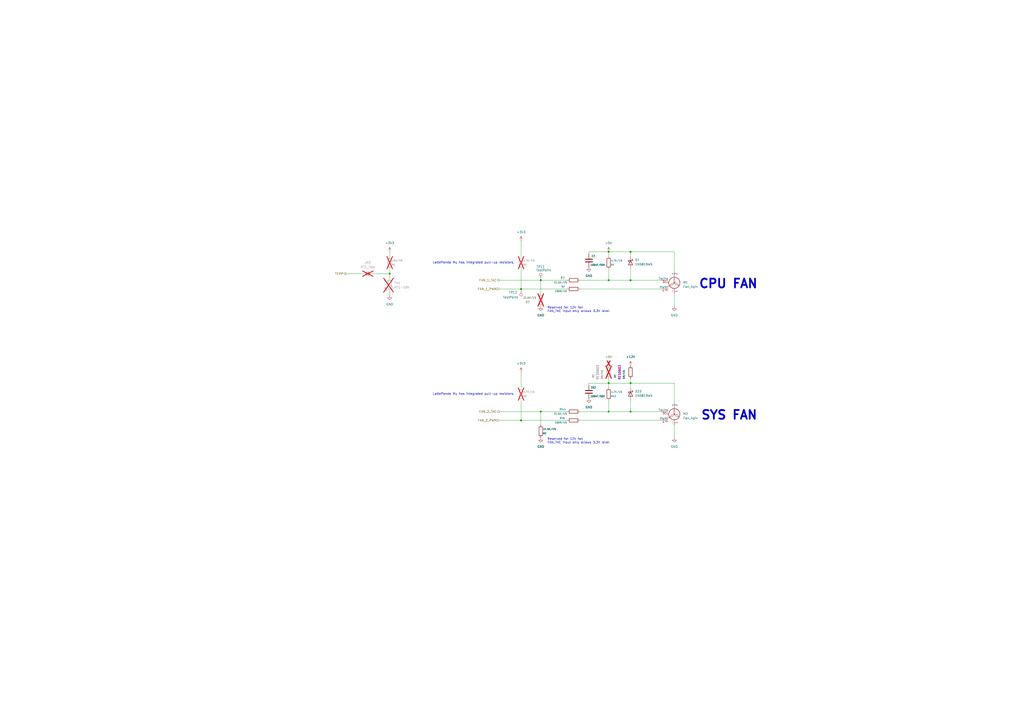
<source format=kicad_sch>
(kicad_sch (version 20231120) (generator "eeschema") (generator_version "8.0")
  (paper "A2")
  (title_block (title "NVR for LattePanda Mu") (date "2024-03-13") (rev "V1.0.0") (company "SpectreBoard"))
  (lib_symbols
    (symbol "Connector:TestPoint" (pin_numbers hide) (pin_names (offset 0.762) hide)
      (property "Reference" "TP" (at 0 6.858 0))
      (property "Value" "TestPoint" (at 0 5.08 0))
      (symbol "TestPoint_0_1"
        (circle (center 0 3.302) (radius 0.762))
      )
      (symbol "TestPoint_1_1"
        (pin passive line (at 0 0 90) (length 2.54) (name "1") (number "1"))
      )
    )
    (symbol "Device:C" (pin_numbers hide) (pin_names (offset 0.254))
      (property "Reference" "C" (at 0.635 2.54 0))
      (property "Value" "C" (at 0.635 -2.54 0))
      (symbol "C_0_1"
        (polyline (pts (xy -2.032 -0.762) (xy 2.032 -0.762)) (stroke (width 0.508)))
        (polyline (pts (xy -2.032 0.762) (xy 2.032 0.762)) (stroke (width 0.508)))
      )
      (symbol "C_1_1"
        (pin passive line (at 0 3.81 270) (length 2.794) (name "~") (number "1"))
        (pin passive line (at 0 -3.81 90) (length 2.794) (name "~") (number "2"))
      )
    )
    (symbol "Device:R" (pin_numbers hide) (pin_names (offset 0))
      (property "Reference" "R" (at 2.032 0 90))
      (property "Value" "R" (at 0 0 90))
      (symbol "R_0_1"
        (rectangle (start -1.016 -2.54) (end 1.016 2.54) (stroke (width 0.254)))
      )
      (symbol "R_1_1"
        (pin passive line (at 0 3.81 270) (length 1.27) (name "~") (number "1"))
        (pin passive line (at 0 -3.81 90) (length 1.27) (name "~") (number "2"))
      )
    )
    (symbol "Device:Thermistor_NTC" (pin_numbers hide) (pin_names (offset 0))
      (property "Reference" "TH" (at -4.445 0 90))
      (property "Value" "Thermistor_NTC" (at 3.175 0 90))
      (symbol "Thermistor_NTC_0_1"
        (arc (start -3.048 2.159) (mid -3.0495 2.3143) (end -3.175 2.413))
        (arc (start -3.048 2.159) (mid -2.9736 1.9794) (end -2.794 1.905))
        (arc (start -3.048 2.794) (mid -2.9736 2.6144) (end -2.794 2.54))
        (arc (start -2.794 1.905) (mid -2.6144 1.9794) (end -2.54 2.159))
        (arc (start -2.794 2.54) (mid -2.4393 2.5587) (end -2.159 2.794))
        (arc (start -2.794 3.048) (mid -2.9736 2.9736) (end -3.048 2.794))
        (arc (start -2.54 2.794) (mid -2.6144 2.9736) (end -2.794 3.048))
        (rectangle (start -1.016 2.54) (end 1.016 -2.54) (stroke (width 0.254)))
        (polyline (pts (xy -2.54 2.159) (xy -2.54 2.794)))
        (polyline (pts (xy -1.778 2.54) (xy -1.778 1.524) (xy 1.778 -1.524) (xy 1.778 -2.54)))
        (polyline (pts (xy -2.54 -3.683) (xy -2.54 -1.397) (xy -2.794 -2.159) (xy -2.286 -2.159) (xy -2.54 -1.397) (xy -2.54 -1.651)) (fill (type outline)))
        (polyline (pts (xy -1.778 -1.397) (xy -1.778 -3.683) (xy -2.032 -2.921) (xy -1.524 -2.921) (xy -1.778 -3.683) (xy -1.778 -3.429)) (fill (type outline)))
      )
      (symbol "Thermistor_NTC_1_1"
        (pin passive line (at 0 3.81 270) (length 1.27) (name "~") (number "1"))
        (pin passive line (at 0 -3.81 90) (length 1.27) (name "~") (number "2"))
      )
    )
    (symbol "Diode:1N5819WS" (pin_numbers hide) (pin_names (offset 1.016) hide)
      (property "Reference" "D" (at 0 2.54 0))
      (property "Value" "1N5819WS" (at 0 -2.54 0))
      (symbol "1N5819WS_0_1"
        (polyline (pts (xy 1.27 0) (xy -1.27 0)))
        (polyline (pts (xy 1.27 1.27) (xy 1.27 -1.27) (xy -1.27 0) (xy 1.27 1.27)) (stroke (width 0.254)))
        (polyline (pts (xy -1.905 0.635) (xy -1.905 1.27) (xy -1.27 1.27) (xy -1.27 -1.27) (xy -0.635 -1.27) (xy -0.635 -0.635)) (stroke (width 0.254)))
      )
      (symbol "1N5819WS_1_1"
        (pin passive line (at -3.81 0 0) (length 2.54) (name "K") (number "1"))
        (pin passive line (at 3.81 0 180) (length 2.54) (name "A") (number "2"))
      )
    )
    (symbol "Jumper:SolderJumper_2_Open" (pin_numbers hide) (pin_names (offset 0) hide) (exclude_from_sim yes) (in_bom no)
      (property "Reference" "JP" (at 0 2.032 0))
      (property "Value" "SolderJumper_2_Open" (at 0 -2.54 0))
      (symbol "SolderJumper_2_Open_0_1"
        (arc (start -0.254 1.016) (mid -1.2656 0) (end -0.254 -1.016))
        (arc (start -0.254 1.016) (mid -1.2656 0) (end -0.254 -1.016) (fill (type outline)))
        (polyline (pts (xy -0.254 1.016) (xy -0.254 -1.016)))
        (polyline (pts (xy 0.254 1.016) (xy 0.254 -1.016)))
        (arc (start 0.254 -1.016) (mid 1.2656 0) (end 0.254 1.016))
        (arc (start 0.254 -1.016) (mid 1.2656 0) (end 0.254 1.016) (fill (type outline)))
      )
      (symbol "SolderJumper_2_Open_1_1"
        (pin passive line (at -3.81 0 0) (length 2.54) (name "A") (number "1"))
        (pin passive line (at 3.81 0 180) (length 2.54) (name "B") (number "2"))
      )
    )
    (symbol "Motor:Fan_4pin" (pin_names (offset 0))
      (property "Reference" "M" (at 2.54 5.08 0))
      (property "Value" "Fan_4pin" (at 2.54 -2.54 0))
      (symbol "Fan_4pin_0_0"
        (arc (start -5.588 1.524) (mid -5.08 1.0182) (end -4.572 1.524))
        (arc (start -5.08 2.032) (mid -5.4392 1.8832) (end -5.588 1.524))
        (polyline (pts (xy -5.08 2.032) (xy -5.334 2.159)))
        (polyline (pts (xy -5.08 2.032) (xy -5.207 1.778)))
        (polyline (pts (xy -4.064 2.54) (xy -4.064 1.016) (xy -3.302 1.016)))
      )
      (symbol "Fan_4pin_0_1"
        (arc (start -2.54 -0.508) (mid 0.0028 0.9121) (end 0 3.81))
        (polyline (pts (xy -4.064 2.54) (xy -5.08 2.54)))
        (polyline (pts (xy 0 -5.08) (xy 0 -4.572)))
        (polyline (pts (xy 0 -2.2352) (xy 0 -2.6416)))
        (polyline (pts (xy 0 4.2672) (xy 0 4.6228)))
        (polyline (pts (xy 0 4.572) (xy 0 5.08)))
        (polyline (pts (xy -2.54 -1.016) (xy -4.064 -1.016) (xy -4.064 -2.54) (xy -5.08 -2.54)))
        (polyline (pts (xy -5.334 -3.302) (xy -5.08 -3.302) (xy -5.08 -3.048) (xy -4.826 -3.048) (xy -4.826 -3.302) (xy -4.318 -3.302) (xy -4.318 -3.048) (xy -4.064 -3.048) (xy -4.064 -3.302) (xy -3.556 -3.302)))
        (circle (center 0 1.016) (radius 3.2512) (stroke (width 0.254)))
        (arc (start 0 3.81) (mid 0.053 0.921) (end 2.54 -0.508))
        (arc (start 2.54 -0.508) (mid 0 1.0618) (end -2.54 -0.508))
      )
      (symbol "Fan_4pin_1_1"
        (pin passive line (at 0 -5.08 90) (length 2.54) (name "-") (number "1"))
        (pin passive line (at 0 7.62 270) (length 2.54) (name "+") (number "2"))
        (pin passive line (at -7.62 2.54 0) (length 2.54) (name "Tacho") (number "3"))
        (pin input line (at -7.62 -2.54 0) (length 2.54) (name "PWM") (number "4"))
      )
    )
    (symbol "power:+12V" (power) (pin_numbers hide) (pin_names (offset 0) hide)
      (property "Value" "+12V" (at 0 3.556 0))
      (symbol "+12V_0_1"
        (polyline (pts (xy -0.762 1.27) (xy 0 2.54)))
        (polyline (pts (xy 0 0) (xy 0 2.54)))
        (polyline (pts (xy 0 2.54) (xy 0.762 1.27)))
      )
      (symbol "+12V_1_1"
        (pin power_in line (at 0 0 90) (length 0) (name "~") (number "1"))
      )
    )
    (symbol "power:+3V3" (power) (pin_numbers hide) (pin_names (offset 0) hide)
      (property "Value" "+3V3" (at 0 3.556 0))
      (symbol "+3V3_0_1"
        (polyline (pts (xy -0.762 1.27) (xy 0 2.54)))
        (polyline (pts (xy 0 0) (xy 0 2.54)))
        (polyline (pts (xy 0 2.54) (xy 0.762 1.27)))
      )
      (symbol "+3V3_1_1"
        (pin power_in line (at 0 0 90) (length 0) (name "~") (number "1"))
      )
    )
    (symbol "power:+5V" (power) (pin_numbers hide) (pin_names (offset 0) hide)
      (property "Value" "+5V" (at 0 3.556 0))
      (symbol "+5V_0_1"
        (polyline (pts (xy -0.762 1.27) (xy 0 2.54)))
        (polyline (pts (xy 0 0) (xy 0 2.54)))
        (polyline (pts (xy 0 2.54) (xy 0.762 1.27)))
      )
      (symbol "+5V_1_1"
        (pin power_in line (at 0 0 90) (length 0) (name "~") (number "1"))
      )
    )
    (symbol "power:GND" (power) (pin_numbers hide) (pin_names (offset 0) hide)
      (property "Value" "GND" (at 0 -3.81 0))
      (symbol "GND_0_1"
        (polyline (pts (xy 0 0) (xy 0 -1.27) (xy 1.27 -1.27) (xy 0 -2.54) (xy -1.27 -1.27) (xy 0 -1.27)))
      )
      (symbol "GND_1_1"
        (pin power_in line (at 0 0 270) (length 0) (name "~") (number "1"))
      )
    )
  )
  (junction (at 353.06 238.76))
  (junction (at 353.06 146.05))
  (junction (at 313.69 162.56))
  (junction (at 365.76 146.05))
  (junction (at 365.76 222.25))
  (junction (at 302.26 167.64))
  (junction (at 353.06 222.25))
  (junction (at 302.26 243.84))
  (junction (at 365.76 162.56))
  (junction (at 353.06 162.56))
  (junction (at 226.06 158.75))
  (junction (at 365.76 238.76))
  (junction (at 313.69 238.76))
  (wire (pts (xy 341.63 222.25) (xy 353.06 222.25)))
  (wire (pts (xy 226.06 146.05) (xy 226.06 148.59)))
  (wire (pts (xy 365.76 146.05) (xy 353.06 146.05)))
  (wire (pts (xy 336.55 162.56) (xy 353.06 162.56)))
  (wire (pts (xy 289.56 167.64) (xy 302.26 167.64)))
  (wire (pts (xy 353.06 238.76) (xy 365.76 238.76)))
  (wire (pts (xy 302.26 215.9) (xy 302.26 224.79)))
  (wire (pts (xy 302.26 167.64) (xy 328.93 167.64)))
  (wire (pts (xy 289.56 162.56) (xy 313.69 162.56)))
  (wire (pts (xy 313.69 238.76) (xy 313.69 246.38)))
  (wire (pts (xy 391.16 222.25) (xy 365.76 222.25)))
  (wire (pts (xy 365.76 224.79) (xy 365.76 222.25)))
  (wire (pts (xy 383.54 238.76) (xy 365.76 238.76)))
  (wire (pts (xy 302.26 243.84) (xy 328.93 243.84)))
  (wire (pts (xy 353.06 219.71) (xy 353.06 222.25)))
  (wire (pts (xy 391.16 170.18) (xy 391.16 177.8)))
  (wire (pts (xy 341.63 147.32) (xy 341.63 146.05)))
  (wire (pts (xy 353.06 146.05) (xy 353.06 148.59)))
  (wire (pts (xy 226.06 168.91) (xy 226.06 171.45)))
  (wire (pts (xy 336.55 238.76) (xy 353.06 238.76)))
  (wire (pts (xy 313.69 162.56) (xy 328.93 162.56)))
  (wire (pts (xy 200.66 158.75) (xy 209.55 158.75)))
  (wire (pts (xy 365.76 162.56) (xy 365.76 156.21)))
  (wire (pts (xy 365.76 238.76) (xy 365.76 232.41)))
  (wire (pts (xy 289.56 238.76) (xy 313.69 238.76)))
  (wire (pts (xy 226.06 156.21) (xy 226.06 158.75)))
  (wire (pts (xy 336.55 167.64) (xy 383.54 167.64)))
  (wire (pts (xy 365.76 222.25) (xy 353.06 222.25)))
  (wire (pts (xy 353.06 222.25) (xy 353.06 224.79)))
  (wire (pts (xy 313.69 162.56) (xy 313.69 170.18)))
  (wire (pts (xy 391.16 246.38) (xy 391.16 254)))
  (wire (pts (xy 341.63 223.52) (xy 341.63 222.25)))
  (wire (pts (xy 391.16 233.68) (xy 391.16 222.25)))
  (wire (pts (xy 391.16 146.05) (xy 365.76 146.05)))
  (wire (pts (xy 313.69 238.76) (xy 328.93 238.76)))
  (wire (pts (xy 302.26 139.7) (xy 302.26 148.59)))
  (wire (pts (xy 365.76 148.59) (xy 365.76 146.05)))
  (wire (pts (xy 353.06 232.41) (xy 353.06 238.76)))
  (wire (pts (xy 217.17 158.75) (xy 226.06 158.75)))
  (wire (pts (xy 391.16 157.48) (xy 391.16 146.05)))
  (wire (pts (xy 226.06 158.75) (xy 226.06 161.29)))
  (wire (pts (xy 302.26 156.21) (xy 302.26 167.64)))
  (wire (pts (xy 383.54 162.56) (xy 365.76 162.56)))
  (wire (pts (xy 289.56 243.84) (xy 302.26 243.84)))
  (wire (pts (xy 353.06 156.21) (xy 353.06 162.56)))
  (wire (pts (xy 353.06 162.56) (xy 365.76 162.56)))
  (wire (pts (xy 365.76 219.71) (xy 365.76 222.25)))
  (wire (pts (xy 341.63 146.05) (xy 353.06 146.05)))
  (wire (pts (xy 336.55 243.84) (xy 383.54 243.84)))
  (wire (pts (xy 302.26 232.41) (xy 302.26 243.84)))
  (text "CPU FAN" (at 405.13 167.64 0) (effects (font (size 5.08 5.08) (bold yes)) (justify left bottom)))
  (text "SYS FAN" (at 406.4 243.84 0) (effects (font (size 5.08 5.08) (bold yes)) (justify left bottom)))
  (text "Reserved for 12V fan\nFAN_TAC input only allows 3.3V level" (at 317.5 254 0) (effects (font (size 1.27 1.27)) (justify left top)))
  (text "LattePanda Mu has integrated pull-up resistors." (at 298.45 152.4 0) (effects (font (size 1.27 1.27)) (justify right)))
  (text "LattePanda Mu has integrated pull-up resistors." (at 298.45 228.6 0) (effects (font (size 1.27 1.27)) (justify right)))
  (text "Reserved for 12V fan\nFAN_TAC input only allows 3.3V level" (at 317.5 177.8 0) (effects (font (size 1.27 1.27)) (justify left top)))
  (hierarchical_label "FAN_1_TAC" (shape output) (at 289.56 162.56 180))
  (hierarchical_label "FAN_1_PWM" (shape input) (at 289.56 167.64 180))
  (hierarchical_label "TEMP" (shape output) (at 200.66 158.75 180))
  (hierarchical_label "FAN_2_PWM" (shape input) (at 289.56 243.84 180))
  (hierarchical_label "FAN_2_TAC" (shape output) (at 289.56 238.76 180))
  (symbol (lib_id "Device:R") (at 332.74 167.64 90) (unit 1)
    (property "Reference" "R?" (at 327.66 166.37 90) (effects (font (size 1 1)) (justify left)))
    (property "Value" "100R/1%" (at 328.93 168.91 90) (effects (font (size 1 1)) (justify left)))
    (property "Footprint" "A_HDJ_Library:R_0402_1005Metric" (effects (hide yes)))
    (property "Description" "Resistor" (effects (hide yes)))
  )
  (symbol (lib_id "Jumper:SolderJumper_2_Open") (at 213.36 158.75 0) (unit 1) (exclude_from_sim yes) (in_bom no) (on_board no) (dnp yes)
    (property "Reference" "JP2" (at 213.36 152.4 0))
    (property "Value" "NTC_Test" (at 213.36 154.94 0))
    (property "Footprint" "Jumper:SolderJumper-2_P1.3mm_Open_RoundedPad1.0x1.5mm" (effects (hide yes)))
    (property "Description" "Solder Jumper, 2-pole, open" (effects (hide yes)))
  )
  (symbol (lib_id "Diode:1N5819WS") (at 365.76 228.6 270) (unit 1)
    (property "Reference" "D23" (at 368.3 227.0125 90) (effects (justify left)))
    (property "Value" "1N5819WS" (at 368.3 229.5525 90) (effects (justify left)))
    (property "Footprint" "Diode_SMD:D_SOD-323" (effects (hide yes)))
    (property "Datasheet" "https://datasheet.lcsc.com/lcsc/2204281430_Guangdong-Hottech-1N5819WS_C191023.pdf" (effects (hide yes)))
    (property "Description" "40V 600mV@1A 1A SOD-323 Schottky Barrier Diodes, SOD-323" (effects (hide yes)))
    (property "SCH_Show_Footprint" "SOD-323" (effects (hide yes)))
  )
  (symbol (lib_id "Device:R") (at 313.69 173.99 0) (unit 1) (in_bom no) (dnp yes)
    (property "Reference" "R?" (at 306.07 175.26 0))
    (property "Value" "21.5K/1%" (at 307.34 172.72 0) (effects (font (size 1 1))))
    (property "Footprint" "Resistor_SMD:R_0402_1005Metric" (effects (hide yes)))
    (property "Description" "Resistor" (effects (hide yes)))
  )
  (symbol (lib_id "Device:R") (at 365.76 215.9 180) (unit 1) (in_bom no)
    (property "Reference" "R?" (at 356.87 217.17 90) (effects (font (size 1 1)) (justify left)))
    (property "Value" "0R/1%" (at 361.95 214.63 90) (effects (font (size 1 1)) (justify left)))
    (property "Footprint" "RES0603" (at 359.41 215.9 90))
    (property "Description" "Resistor" (effects (hide yes)))
  )
  (symbol (lib_id "Device:Thermistor_NTC") (at 226.06 165.1 0) (unit 1) (in_bom no) (on_board no) (dnp yes)
    (property "Reference" "TH1" (at 228.6 164.1475 0) (effects (justify left)))
    (property "Value" "NTC-10K" (at 228.6 166.6875 0) (effects (justify left)))
    (property "Footprint" "Resistor_SMD:R_0603_1608Metric" (effects (hide yes)))
    (property "Description" "Temperature dependent resistor, negative temperature coefficient" (effects (hide yes)))
  )
  (symbol (lib_id "Device:C") (at 341.63 151.13 0) (unit 1)
    (property "Reference" "C?" (at 344.17 148.59 0) (effects (font (size 1 1))))
    (property "Value" "100nF/50V" (at 346.71 153.67 0) (effects (font (size 1 1))))
    (property "Footprint" "A_HDJ_Library:C_0402_1005Metric" (effects (hide yes)))
    (property "Description" "Unpolarized capacitor" (effects (hide yes)))
    (property "SCH_Show_Footprint" "C0402" (effects (hide yes)))
  )
  (symbol (lib_id "power:GND") (at 341.63 231.14 0) (unit 1)
    (property "Reference" "#PWR0117" (effects (hide yes)))
    (property "Value" "GND" (at 341.63 236.22 0))
    (property "Description" "Power symbol creates a global label with name \"GND\" , ground" (effects (hide yes)))
  )
  (symbol (lib_id "Motor:Fan_4pin") (at 391.16 241.3 0) (unit 1)
    (property "Reference" "M2" (at 396.24 240.03 0) (effects (justify left)))
    (property "Value" "Fan_4pin" (at 396.24 242.57 0) (effects (justify left)))
    (property "Footprint" "A_HDJ_Library:JST_PH_B4B-PH-K_1x04_P2.00mm_Vertical" (effects (hide yes)))
    (property "Datasheet" "http://www.formfactors.org/developer%5Cspecs%5Crev1_2_public.pdf" (effects (hide yes)))
    (property "Description" "Fan, tacho output, PWM input, 4-pin connector" (effects (hide yes)))
  )
  (symbol (lib_id "Device:C") (at 341.63 227.33 0) (unit 1)
    (property "Reference" "C62" (at 344.17 224.79 0) (effects (font (size 1 1))))
    (property "Value" "100nF/50V" (at 346.71 229.87 0) (effects (font (size 1 1))))
    (property "Footprint" "A_HDJ_Library:C_0402_1005Metric" (effects (hide yes)))
    (property "Description" "Unpolarized capacitor" (effects (hide yes)))
    (property "SCH_Show_Footprint" "C0402" (effects (hide yes)))
  )
  (symbol (lib_id "Connector:TestPoint") (at 302.26 167.64 180) (unit 1) (in_bom no)
    (property "Reference" "TP12" (at 295.148 169.672 0) (effects (justify right)))
    (property "Value" "TestPoint" (at 291.592 172.466 0) (effects (justify right)))
    (property "Footprint" "A_HDJ_Library:TestPoint_Pad_D1.5mm" (effects (hide yes)))
    (property "Description" "test point" (effects (hide yes)))
  )
  (symbol (lib_id "power:GND") (at 391.16 177.8 0) (unit 1)
    (property "Reference" "#PWR0123" (effects (hide yes)))
    (property "Value" "GND" (at 391.16 182.88 0))
    (property "Description" "Power symbol creates a global label with name \"GND\" , ground" (effects (hide yes)))
  )
  (symbol (lib_id "power:+5V") (at 353.06 146.05 0) (unit 1)
    (property "Reference" "#PWR0118" (effects (hide yes)))
    (property "Value" "+5V" (at 353.06 140.97 0))
    (property "Description" "Power symbol creates a global label with name \"+5V\"" (effects (hide yes)))
  )
  (symbol (lib_id "power:GND") (at 313.69 177.8 0) (unit 1)
    (property "Reference" "#PWR0114" (effects (hide yes)))
    (property "Value" "GND" (at 313.69 182.88 0))
    (property "Description" "Power symbol creates a global label with name \"GND\" , ground" (effects (hide yes)))
  )
  (symbol (lib_id "Device:R") (at 353.06 228.6 0) (unit 1)
    (property "Reference" "R42" (at 354.33 229.87 0) (effects (font (size 1 1)) (justify left)))
    (property "Value" "4.7K/1%" (at 354.33 227.33 0) (effects (font (size 1 1)) (justify left)))
    (property "Footprint" "A_HDJ_Library:R_0402_1005Metric" (effects (hide yes)))
    (property "Description" "Resistor" (effects (hide yes)))
  )
  (symbol (lib_id "power:+12V") (at 365.76 212.09 0) (unit 1)
    (property "Reference" "#PWR0121" (effects (hide yes)))
    (property "Value" "+12V" (at 365.76 207.01 0))
    (property "Description" "Power symbol creates a global label with name \"+12V\"" (effects (hide yes)))
  )
  (symbol (lib_id "Device:R") (at 302.26 152.4 0) (unit 1) (in_bom no) (dnp yes)
    (property "Reference" "R?" (at 303.53 153.67 0) (effects (font (size 1 1)) (justify left)))
    (property "Value" "4.7K/1%" (at 303.53 151.13 0) (effects (font (size 1 1)) (justify left)))
    (property "Footprint" "Resistor_SMD:R_0402_1005Metric" (effects (hide yes)))
    (property "Description" "Resistor" (effects (hide yes)))
  )
  (symbol (lib_id "power:GND") (at 391.16 254 0) (unit 1)
    (property "Reference" "#PWR0125" (effects (hide yes)))
    (property "Value" "GND" (at 391.16 259.08 0))
    (property "Description" "Power symbol creates a global label with name \"GND\" , ground" (effects (hide yes)))
  )
  (symbol (lib_id "Motor:Fan_4pin") (at 391.16 165.1 0) (unit 1)
    (property "Reference" "M1" (at 396.24 163.83 0) (effects (justify left)))
    (property "Value" "Fan_4pin" (at 396.24 166.37 0) (effects (justify left)))
    (property "Footprint" "A_HDJ_Library:JST_PH_B4B-PH-K_1x04_P2.00mm_Vertical" (effects (hide yes)))
    (property "Datasheet" "http://www.formfactors.org/developer%5Cspecs%5Crev1_2_public.pdf" (effects (hide yes)))
    (property "Description" "Fan, tacho output, PWM input, 4-pin connector" (effects (hide yes)))
  )
  (symbol (lib_id "Device:R") (at 332.74 238.76 270) (unit 1)
    (property "Reference" "R44" (at 326.39 237.49 90))
    (property "Value" "21.5K/1%" (at 325.12 240.03 90) (effects (font (size 1 1))))
    (property "Footprint" "A_HDJ_Library:R_0402_1005Metric" (effects (hide yes)))
    (property "Description" "Resistor" (effects (hide yes)))
  )
  (symbol (lib_id "power:GND") (at 313.69 254 0) (unit 1)
    (property "Reference" "#PWR0115" (effects (hide yes)))
    (property "Value" "GND" (at 313.69 259.08 0))
    (property "Description" "Power symbol creates a global label with name \"GND\" , ground" (effects (hide yes)))
  )
  (symbol (lib_id "Device:R") (at 302.26 228.6 0) (unit 1) (in_bom no) (on_board no) (dnp yes)
    (property "Reference" "R?" (at 303.53 229.87 0) (effects (font (size 1 1)) (justify left)))
    (property "Value" "4.7K/1%" (at 303.53 227.33 0) (effects (font (size 1 1)) (justify left)))
    (property "Footprint" "Resistor_SMD:R_0402_1005Metric" (effects (hide yes)))
    (property "Description" "Resistor" (effects (hide yes)))
  )
  (symbol (lib_id "Device:R") (at 332.74 162.56 270) (unit 1)
    (property "Reference" "R?" (at 326.39 161.29 90))
    (property "Value" "21.5K/1%" (at 325.12 163.83 90) (effects (font (size 1 1))))
    (property "Footprint" "A_HDJ_Library:R_0402_1005Metric" (effects (hide yes)))
    (property "Description" "Resistor" (effects (hide yes)))
  )
  (symbol (lib_id "power:+3V3") (at 226.06 146.05 0) (unit 1)
    (property "Reference" "#PWR0113" (effects (hide yes)))
    (property "Value" "+3V3" (at 226.06 140.97 0))
    (property "Description" "Power symbol creates a global label with name \"+3V3\"" (effects (hide yes)))
  )
  (symbol (lib_id "power:GND") (at 341.63 154.94 0) (unit 1)
    (property "Reference" "#PWR0116" (effects (hide yes)))
    (property "Value" "GND" (at 341.63 160.02 0))
    (property "Description" "Power symbol creates a global label with name \"GND\" , ground" (effects (hide yes)))
  )
  (symbol (lib_id "Device:R") (at 226.06 152.4 0) (unit 1) (in_bom no) (on_board no) (dnp yes)
    (property "Reference" "R?" (at 227.33 153.67 0) (effects (font (size 1 1)) (justify left)))
    (property "Value" "10K/1%" (at 227.33 151.13 0) (effects (font (size 1 1)) (justify left)))
    (property "Footprint" "Resistor_SMD:R_0402_1005Metric" (effects (hide yes)))
    (property "Description" "Resistor" (effects (hide yes)))
  )
  (symbol (lib_id "Device:R") (at 313.69 250.19 0) (unit 1) (in_bom no)
    (property "Reference" "R?" (at 314.96 251.46 0) (effects (font (size 1 1)) (justify left)))
    (property "Value" "21.5K/1%" (at 314.96 248.92 0) (effects (font (size 1 1)) (justify left)))
    (property "Footprint" "Resistor_SMD:R_0402_1005Metric" (effects (hide yes)))
    (property "Description" "Resistor" (effects (hide yes)))
  )
  (symbol (lib_id "Device:R") (at 332.74 243.84 90) (unit 1)
    (property "Reference" "R45" (at 327.66 242.57 90) (effects (font (size 1 1)) (justify left)))
    (property "Value" "100R/1%" (at 328.93 245.11 90) (effects (font (size 1 1)) (justify left)))
    (property "Footprint" "A_HDJ_Library:R_0402_1005Metric" (effects (hide yes)))
    (property "Description" "Resistor" (effects (hide yes)))
  )
  (symbol (lib_id "power:+3V3") (at 302.26 139.7 0) (unit 1)
    (property "Reference" "#PWR0110" (effects (hide yes)))
    (property "Value" "+3V3" (at 302.26 134.62 0))
    (property "Description" "Power symbol creates a global label with name \"+3V3\"" (effects (hide yes)))
  )
  (symbol (lib_id "Diode:1N5819WS") (at 365.76 152.4 270) (unit 1)
    (property "Reference" "D?" (at 368.3 150.8125 90) (effects (justify left)))
    (property "Value" "1N5819WS" (at 368.3 153.3525 90) (effects (justify left)))
    (property "Footprint" "Diode_SMD:D_SOD-323" (effects (hide yes)))
    (property "Datasheet" "https://datasheet.lcsc.com/lcsc/2204281430_Guangdong-Hottech-1N5819WS_C191023.pdf" (effects (hide yes)))
    (property "Description" "40V 600mV@1A 1A SOD-323 Schottky Barrier Diodes, SOD-323" (effects (hide yes)))
    (property "SCH_Show_Footprint" "SOD-323" (effects (hide yes)))
  )
  (symbol (lib_id "power:+3V3") (at 302.26 215.9 0) (unit 1)
    (property "Reference" "#PWR0112" (effects (hide yes)))
    (property "Value" "+3V3" (at 302.26 210.82 0))
    (property "Description" "Power symbol creates a global label with name \"+3V3\"" (effects (hide yes)))
  )
  (symbol (lib_id "Device:R") (at 353.06 152.4 0) (unit 1)
    (property "Reference" "R?" (at 354.33 153.67 0) (effects (font (size 1 1)) (justify left)))
    (property "Value" "4.7K/1%" (at 354.33 151.13 0) (effects (font (size 1 1)) (justify left)))
    (property "Footprint" "A_HDJ_Library:R_0402_1005Metric" (effects (hide yes)))
    (property "Description" "Resistor" (effects (hide yes)))
  )
  (symbol (lib_id "Device:R") (at 353.06 215.9 180) (unit 1) (in_bom no) (on_board no) (dnp yes)
    (property "Reference" "R?" (at 344.17 217.17 90) (effects (font (size 1 1)) (justify left)))
    (property "Value" "0R/1%" (at 349.25 214.63 90) (effects (font (size 1 1)) (justify left)))
    (property "Footprint" "RES0603" (at 346.71 215.9 90))
    (property "Description" "Resistor" (effects (hide yes)))
  )
  (symbol (lib_id "Connector:TestPoint") (at 313.69 162.56 0) (unit 1) (in_bom no)
    (property "Reference" "TP11" (at 311.15 154.686 0) (effects (justify left)))
    (property "Value" "TestPoint" (at 310.896 156.718 0) (effects (justify left)))
    (property "Footprint" "A_HDJ_Library:TestPoint_Pad_D1.5mm" (effects (hide yes)))
    (property "Description" "test point" (effects (hide yes)))
  )
  (symbol (lib_id "power:GND") (at 226.06 171.45 0) (unit 1)
    (property "Reference" "#PWR0111" (effects (hide yes)))
    (property "Value" "GND" (at 226.06 176.53 0))
    (property "Description" "Power symbol creates a global label with name \"GND\" , ground" (effects (hide yes)))
  )
  (symbol (lib_id "power:+5V") (at 353.06 212.09 0) (unit 1) (dnp yes)
    (property "Reference" "#PWR0119" (effects (hide yes)))
    (property "Value" "+5V" (at 353.06 207.01 0))
    (property "Description" "Power symbol creates a global label with name \"+5V\"" (effects (hide yes)))
  )
)
</source>
